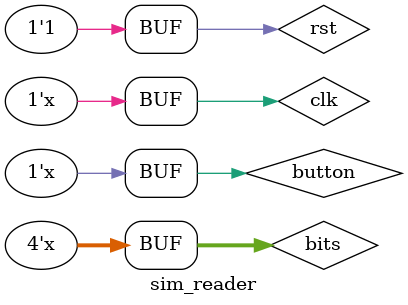
<source format=v>
`timescale 1ns / 1ps


module sim_reader(

    );
    reg [3:0] bits = 3'h0;
    reg button = 1'b1;
    reg rst = 1'b1;
    reg clk = 1'b1;
    wire has_value;
    wire [3:0] value;

    reader u(
      .clk(clk),
      .bits(bits),
      .button(button),
      .rst(rst),
      .has_value(has_value),
      .value(value)
    );
    defparam u.PUSH_DELAY_TICKS = 14;
    defparam u.RELEASE_DELAY_TICKS = 28;

    initial begin
      #1
      rst = 1'b0;
      #1
      rst = 1'b1;
    end

    always #1 begin
      clk = ~clk;
    end

    always #20 begin
      bits = bits + 1;
    end

    always #6 begin
      button = ~button;
    end
endmodule

</source>
